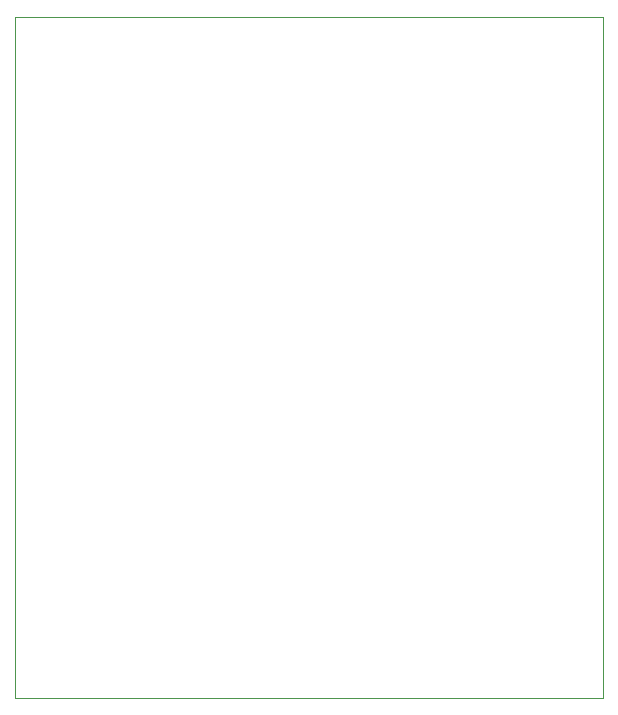
<source format=gbr>
%TF.GenerationSoftware,KiCad,Pcbnew,8.0.3*%
%TF.CreationDate,2024-07-11T16:06:48-07:00*%
%TF.ProjectId,RomiEnvironDetector,526f6d69-456e-4766-9972-6f6e44657465,rev?*%
%TF.SameCoordinates,Original*%
%TF.FileFunction,Profile,NP*%
%FSLAX46Y46*%
G04 Gerber Fmt 4.6, Leading zero omitted, Abs format (unit mm)*
G04 Created by KiCad (PCBNEW 8.0.3) date 2024-07-11 16:06:48*
%MOMM*%
%LPD*%
G01*
G04 APERTURE LIST*
%TA.AperFunction,Profile*%
%ADD10C,0.050000*%
%TD*%
G04 APERTURE END LIST*
D10*
X106200000Y-54400000D02*
X156000000Y-54400000D01*
X156000000Y-112000000D01*
X106200000Y-112000000D01*
X106200000Y-54400000D01*
M02*

</source>
